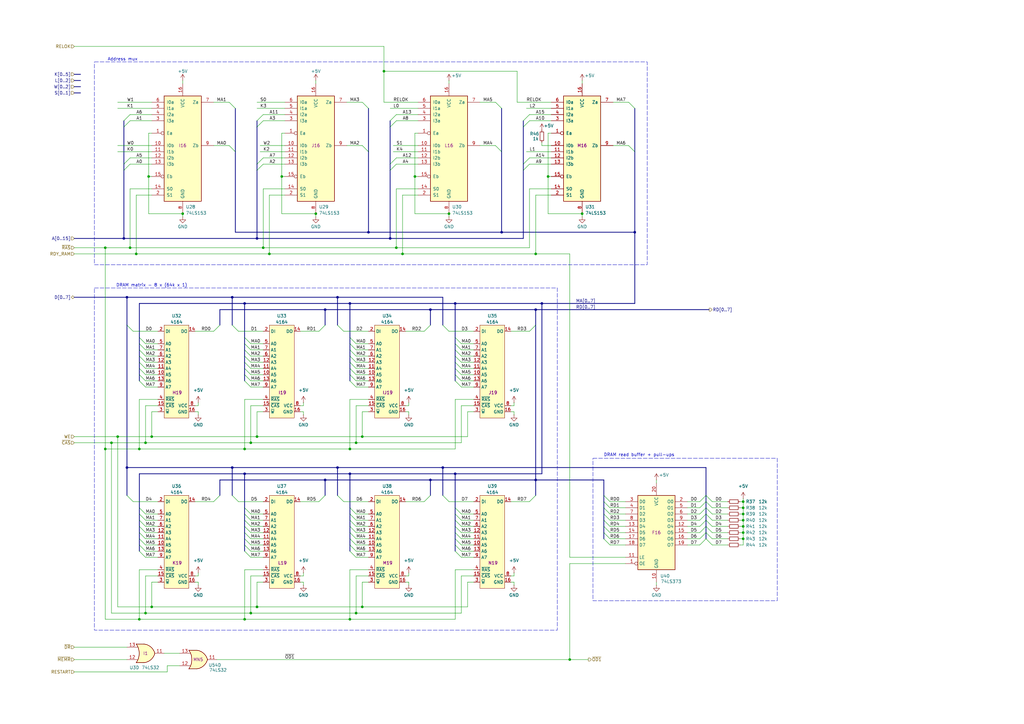
<source format=kicad_sch>
(kicad_sch (version 20231120) (generator "eeschema") (generator_version "8.0")
  (paper "A3")
  (title_block (title "Elwro 800 Junior Rev C - DRAM memory") (company "Przemysław Węgrzyn <pwegrzyn@codepainters.com>"))
  (junction (at 304.8 210.82))
  (junction (at 176.53 196.85))
  (junction (at 59.69 181.61))
  (junction (at 151.13 95.25))
  (junction (at 146.05 251.46))
  (junction (at 157.48 29.21))
  (junction (at 60.96 72.39))
  (junction (at 304.8 213.36))
  (junction (at 133.35 127))
  (junction (at 95.25 191.77))
  (junction (at 74.93 87.63))
  (junction (at 148.59 179.07))
  (junction (at 100.33 254))
  (junction (at 62.23 248.92))
  (junction (at 304.8 215.9))
  (junction (at 143.51 254))
  (junction (at 170.18 72.39))
  (junction (at 219.71 104.14))
  (junction (at 176.53 127))
  (junction (at 219.71 196.85))
  (junction (at 105.41 179.07))
  (junction (at 162.56 101.6))
  (junction (at 53.34 101.6))
  (junction (at 222.25 124.46))
  (junction (at 138.43 191.77))
  (junction (at 45.72 181.61))
  (junction (at 43.18 101.6))
  (junction (at 57.15 184.15))
  (junction (at 133.35 196.85))
  (junction (at 165.1 104.14))
  (junction (at 105.41 248.92))
  (junction (at 205.74 95.25))
  (junction (at 219.71 127))
  (junction (at 55.88 104.14))
  (junction (at 143.51 194.31))
  (junction (at 260.35 95.25))
  (junction (at 105.41 97.79))
  (junction (at 48.26 179.07))
  (junction (at 186.69 194.31))
  (junction (at 304.8 208.28))
  (junction (at 102.87 181.61))
  (junction (at 115.57 72.39))
  (junction (at 110.49 104.14))
  (junction (at 138.43 121.92))
  (junction (at 238.76 87.63))
  (junction (at 129.54 87.63))
  (junction (at 184.15 87.63))
  (junction (at 57.15 254))
  (junction (at 62.23 179.07))
  (junction (at 100.33 194.31))
  (junction (at 50.8 97.79))
  (junction (at 160.02 97.79))
  (junction (at 186.69 124.46))
  (junction (at 52.07 191.77))
  (junction (at 146.05 181.61))
  (junction (at 143.51 124.46))
  (junction (at 304.8 205.74))
  (junction (at 148.59 248.92))
  (junction (at 107.95 101.6))
  (junction (at 143.51 184.15))
  (junction (at 43.18 184.15))
  (junction (at 52.07 121.92))
  (junction (at 304.8 218.44))
  (junction (at 233.68 270.51))
  (junction (at 102.87 251.46))
  (junction (at 95.25 121.92))
  (junction (at 304.8 220.98))
  (junction (at 59.69 251.46))
  (junction (at 100.33 124.46))
  (junction (at 100.33 184.15))
  (junction (at 181.61 191.77))
  (junction (at 224.79 72.39))
  (bus_entry (at 146.05 228.6) (size -2.54 -2.54))
  (bus_entry (at 219.71 133.35) (size -2.54 2.54))
  (bus_entry (at 93.98 59.69) (size 2.54 2.54))
  (bus_entry (at 189.23 158.75) (size -2.54 -2.54))
  (bus_entry (at 146.05 151.13) (size -2.54 -2.54))
  (bus_entry (at 59.69 226.06) (size -2.54 -2.54))
  (bus_entry (at 250.19 223.52) (size -2.54 -2.54))
  (bus_entry (at 217.17 49.53) (size -2.54 2.54))
  (bus_entry (at 146.05 148.59) (size -2.54 -2.54))
  (bus_entry (at 189.23 215.9) (size -2.54 -2.54))
  (bus_entry (at 189.23 151.13) (size -2.54 -2.54))
  (bus_entry (at 189.23 146.05) (size -2.54 -2.54))
  (bus_entry (at 140.97 135.89) (size -2.54 -2.54))
  (bus_entry (at 102.87 153.67) (size -2.54 -2.54))
  (bus_entry (at 189.23 148.59) (size -2.54 -2.54))
  (bus_entry (at 292.1 213.36) (size -2.54 -2.54))
  (bus_entry (at 90.17 203.2) (size -2.54 2.54))
  (bus_entry (at 189.23 210.82) (size -2.54 -2.54))
  (bus_entry (at 59.69 143.51) (size -2.54 -2.54))
  (bus_entry (at 102.87 143.51) (size -2.54 -2.54))
  (bus_entry (at 146.05 156.21) (size -2.54 -2.54))
  (bus_entry (at 59.69 218.44) (size -2.54 -2.54))
  (bus_entry (at 102.87 218.44) (size -2.54 -2.54))
  (bus_entry (at 59.69 140.97) (size -2.54 -2.54))
  (bus_entry (at 189.23 153.67) (size -2.54 -2.54))
  (bus_entry (at 292.1 223.52) (size -2.54 -2.54))
  (bus_entry (at 146.05 153.67) (size -2.54 -2.54))
  (bus_entry (at 287.02 220.98) (size 2.54 -2.54))
  (bus_entry (at 148.59 41.91) (size 2.54 2.54))
  (bus_entry (at 217.17 64.77) (size -2.54 2.54))
  (bus_entry (at 102.87 228.6) (size -2.54 -2.54))
  (bus_entry (at 102.87 148.59) (size -2.54 -2.54))
  (bus_entry (at 54.61 205.74) (size -2.54 -2.54))
  (bus_entry (at 162.56 67.31) (size -2.54 2.54))
  (bus_entry (at 189.23 223.52) (size -2.54 -2.54))
  (bus_entry (at 90.17 133.35) (size -2.54 2.54))
  (bus_entry (at 217.17 67.31) (size -2.54 2.54))
  (bus_entry (at 189.23 220.98) (size -2.54 -2.54))
  (bus_entry (at 148.59 59.69) (size 2.54 2.54))
  (bus_entry (at 102.87 226.06) (size -2.54 -2.54))
  (bus_entry (at 133.35 203.2) (size -2.54 2.54))
  (bus_entry (at 59.69 148.59) (size -2.54 -2.54))
  (bus_entry (at 59.69 151.13) (size -2.54 -2.54))
  (bus_entry (at 292.1 215.9) (size -2.54 -2.54))
  (bus_entry (at 53.34 46.99) (size -2.54 2.54))
  (bus_entry (at 287.02 208.28) (size 2.54 -2.54))
  (bus_entry (at 146.05 215.9) (size -2.54 -2.54))
  (bus_entry (at 146.05 140.97) (size -2.54 -2.54))
  (bus_entry (at 292.1 205.74) (size -2.54 -2.54))
  (bus_entry (at 189.23 140.97) (size -2.54 -2.54))
  (bus_entry (at 102.87 223.52) (size -2.54 -2.54))
  (bus_entry (at 146.05 218.44) (size -2.54 -2.54))
  (bus_entry (at 257.81 41.91) (size 2.54 2.54))
  (bus_entry (at 107.95 49.53) (size -2.54 2.54))
  (bus_entry (at 162.56 49.53) (size -2.54 2.54))
  (bus_entry (at 257.81 59.69) (size 2.54 2.54))
  (bus_entry (at 189.23 156.21) (size -2.54 -2.54))
  (bus_entry (at 292.1 218.44) (size -2.54 -2.54))
  (bus_entry (at 97.79 135.89) (size -2.54 -2.54))
  (bus_entry (at 146.05 223.52) (size -2.54 -2.54))
  (bus_entry (at 287.02 218.44) (size 2.54 -2.54))
  (bus_entry (at 250.19 215.9) (size -2.54 -2.54))
  (bus_entry (at 53.34 64.77) (size -2.54 2.54))
  (bus_entry (at 102.87 146.05) (size -2.54 -2.54))
  (bus_entry (at 53.34 67.31) (size -2.54 2.54))
  (bus_entry (at 59.69 156.21) (size -2.54 -2.54))
  (bus_entry (at 54.61 135.89) (size -2.54 -2.54))
  (bus_entry (at 250.19 218.44) (size -2.54 -2.54))
  (bus_entry (at 102.87 213.36) (size -2.54 -2.54))
  (bus_entry (at 102.87 140.97) (size -2.54 -2.54))
  (bus_entry (at 162.56 46.99) (size -2.54 2.54))
  (bus_entry (at 107.95 64.77) (size -2.54 2.54))
  (bus_entry (at 107.95 46.99) (size -2.54 2.54))
  (bus_entry (at 102.87 158.75) (size -2.54 -2.54))
  (bus_entry (at 146.05 146.05) (size -2.54 -2.54))
  (bus_entry (at 189.23 218.44) (size -2.54 -2.54))
  (bus_entry (at 189.23 228.6) (size -2.54 -2.54))
  (bus_entry (at 59.69 220.98) (size -2.54 -2.54))
  (bus_entry (at 102.87 151.13) (size -2.54 -2.54))
  (bus_entry (at 102.87 210.82) (size -2.54 -2.54))
  (bus_entry (at 184.15 135.89) (size -2.54 -2.54))
  (bus_entry (at 189.23 143.51) (size -2.54 -2.54))
  (bus_entry (at 146.05 143.51) (size -2.54 -2.54))
  (bus_entry (at 189.23 226.06) (size -2.54 -2.54))
  (bus_entry (at 102.87 215.9) (size -2.54 -2.54))
  (bus_entry (at 53.34 49.53) (size -2.54 2.54))
  (bus_entry (at 250.19 213.36) (size -2.54 -2.54))
  (bus_entry (at 250.19 208.28) (size -2.54 -2.54))
  (bus_entry (at 162.56 64.77) (size -2.54 2.54))
  (bus_entry (at 287.02 210.82) (size 2.54 -2.54))
  (bus_entry (at 59.69 153.67) (size -2.54 -2.54))
  (bus_entry (at 146.05 158.75) (size -2.54 -2.54))
  (bus_entry (at 287.02 223.52) (size 2.54 -2.54))
  (bus_entry (at 93.98 41.91) (size 2.54 2.54))
  (bus_entry (at 189.23 213.36) (size -2.54 -2.54))
  (bus_entry (at 59.69 210.82) (size -2.54 -2.54))
  (bus_entry (at 102.87 156.21) (size -2.54 -2.54))
  (bus_entry (at 203.2 41.91) (size 2.54 2.54))
  (bus_entry (at 287.02 215.9) (size 2.54 -2.54))
  (bus_entry (at 146.05 226.06) (size -2.54 -2.54))
  (bus_entry (at 176.53 203.2) (size -2.54 2.54))
  (bus_entry (at 146.05 210.82) (size -2.54 -2.54))
  (bus_entry (at 59.69 158.75) (size -2.54 -2.54))
  (bus_entry (at 217.17 46.99) (size -2.54 2.54))
  (bus_entry (at 97.79 205.74) (size -2.54 -2.54))
  (bus_entry (at 250.19 220.98) (size -2.54 -2.54))
  (bus_entry (at 287.02 213.36) (size 2.54 -2.54))
  (bus_entry (at 250.19 205.74) (size -2.54 -2.54))
  (bus_entry (at 176.53 133.35) (size -2.54 2.54))
  (bus_entry (at 59.69 146.05) (size -2.54 -2.54))
  (bus_entry (at 219.71 203.2) (size -2.54 2.54))
  (bus_entry (at 292.1 210.82) (size -2.54 -2.54))
  (bus_entry (at 59.69 215.9) (size -2.54 -2.54))
  (bus_entry (at 287.02 205.74) (size 2.54 -2.54))
  (bus_entry (at 133.35 133.35) (size -2.54 2.54))
  (bus_entry (at 59.69 228.6) (size -2.54 -2.54))
  (bus_entry (at 107.95 67.31) (size -2.54 2.54))
  (bus_entry (at 292.1 208.28) (size -2.54 -2.54))
  (bus_entry (at 203.2 59.69) (size 2.54 2.54))
  (bus_entry (at 146.05 213.36) (size -2.54 -2.54))
  (bus_entry (at 140.97 205.74) (size -2.54 -2.54))
  (bus_entry (at 59.69 213.36) (size -2.54 -2.54))
  (bus_entry (at 250.19 210.82) (size -2.54 -2.54))
  (bus_entry (at 59.69 223.52) (size -2.54 -2.54))
  (bus_entry (at 146.05 220.98) (size -2.54 -2.54))
  (bus_entry (at 184.15 205.74) (size -2.54 -2.54))
  (bus_entry (at 292.1 220.98) (size -2.54 -2.54))
  (bus_entry (at 102.87 220.98) (size -2.54 -2.54))
  (wire (pts (xy 146.05 143.51) (xy 151.13 143.51)))
  (bus (pts (xy 186.69 208.28) (xy 186.69 210.82)))
  (wire (pts (xy 67.31 267.97) (xy 73.66 267.97)))
  (bus (pts (xy 52.07 191.77) (xy 52.07 133.35)))
  (bus (pts (xy 57.15 146.05) (xy 57.15 143.51)))
  (bus (pts (xy 186.69 220.98) (xy 186.69 223.52)))
  (wire (pts (xy 191.77 168.91) (xy 191.77 179.07)))
  (bus (pts (xy 160.02 67.31) (xy 160.02 69.85)))
  (wire (pts (xy 215.9 62.23) (xy 226.06 62.23)))
  (wire (pts (xy 62.23 168.91) (xy 62.23 179.07)))
  (wire (pts (xy 233.68 231.14) (xy 233.68 270.51)))
  (wire (pts (xy 102.87 228.6) (xy 107.95 228.6)))
  (wire (pts (xy 196.85 41.91) (xy 203.2 41.91)))
  (wire (pts (xy 60.96 54.61) (xy 60.96 72.39)))
  (bus (pts (xy 95.25 133.35) (xy 95.25 121.92)))
  (wire (pts (xy 30.48 181.61) (xy 45.72 181.61)))
  (wire (pts (xy 59.69 153.67) (xy 64.77 153.67)))
  (bus (pts (xy 100.33 143.51) (xy 100.33 146.05)))
  (wire (pts (xy 148.59 168.91) (xy 148.59 179.07)))
  (wire (pts (xy 102.87 215.9) (xy 107.95 215.9)))
  (bus (pts (xy 143.51 153.67) (xy 143.51 156.21)))
  (wire (pts (xy 186.69 233.68) (xy 186.69 254)))
  (wire (pts (xy 303.53 223.52) (xy 304.8 223.52)))
  (wire (pts (xy 226.06 80.01) (xy 219.71 80.01)))
  (wire (pts (xy 74.93 33.02) (xy 74.93 34.29)))
  (wire (pts (xy 226.06 54.61) (xy 224.79 54.61)))
  (bus (pts (xy 30.48 33.02) (xy 33.02 33.02)))
  (bus (pts (xy 52.07 203.2) (xy 52.07 191.77)))
  (wire (pts (xy 292.1 208.28) (xy 298.45 208.28)))
  (wire (pts (xy 59.69 151.13) (xy 64.77 151.13)))
  (wire (pts (xy 146.05 215.9) (xy 151.13 215.9)))
  (wire (pts (xy 189.23 223.52) (xy 194.31 223.52)))
  (wire (pts (xy 59.69 215.9) (xy 64.77 215.9)))
  (wire (pts (xy 129.54 87.63) (xy 115.57 87.63)))
  (wire (pts (xy 57.15 233.68) (xy 57.15 254)))
  (wire (pts (xy 106.68 59.69) (xy 116.84 59.69)))
  (bus (pts (xy 186.69 194.31) (xy 222.25 194.31)))
  (bus (pts (xy 100.33 223.52) (xy 100.33 226.06)))
  (wire (pts (xy 80.01 205.74) (xy 87.63 205.74)))
  (bus (pts (xy 57.15 151.13) (xy 57.15 148.59)))
  (wire (pts (xy 189.23 158.75) (xy 194.31 158.75)))
  (wire (pts (xy 171.45 77.47) (xy 162.56 77.47)))
  (wire (pts (xy 167.64 168.91) (xy 166.37 168.91)))
  (wire (pts (xy 60.96 87.63) (xy 74.93 87.63)))
  (wire (pts (xy 30.48 270.51) (xy 52.07 270.51)))
  (wire (pts (xy 102.87 153.67) (xy 107.95 153.67)))
  (wire (pts (xy 189.23 146.05) (xy 194.31 146.05)))
  (wire (pts (xy 146.05 236.22) (xy 146.05 251.46)))
  (wire (pts (xy 59.69 148.59) (xy 64.77 148.59)))
  (wire (pts (xy 59.69 143.51) (xy 64.77 143.51)))
  (bus (pts (xy 186.69 124.46) (xy 222.25 124.46)))
  (wire (pts (xy 100.33 233.68) (xy 100.33 254)))
  (bus (pts (xy 133.35 127) (xy 176.53 127)))
  (wire (pts (xy 212.09 41.91) (xy 226.06 41.91)))
  (bus (pts (xy 90.17 133.35) (xy 90.17 127)))
  (bus (pts (xy 50.8 97.79) (xy 105.41 97.79)))
  (bus (pts (xy 57.15 208.28) (xy 57.15 210.82)))
  (wire (pts (xy 105.41 179.07) (xy 148.59 179.07)))
  (bus (pts (xy 30.48 121.92) (xy 52.07 121.92)))
  (wire (pts (xy 102.87 151.13) (xy 107.95 151.13)))
  (wire (pts (xy 102.87 156.21) (xy 107.95 156.21)))
  (bus (pts (xy 143.51 218.44) (xy 143.51 220.98)))
  (bus (pts (xy 57.15 210.82) (xy 57.15 213.36)))
  (wire (pts (xy 170.18 54.61) (xy 170.18 72.39)))
  (wire (pts (xy 115.57 87.63) (xy 115.57 72.39)))
  (wire (pts (xy 146.05 228.6) (xy 151.13 228.6)))
  (wire (pts (xy 292.1 215.9) (xy 298.45 215.9)))
  (bus (pts (xy 219.71 133.35) (xy 219.71 127)))
  (bus (pts (xy 57.15 143.51) (xy 57.15 140.97)))
  (wire (pts (xy 59.69 156.21) (xy 64.77 156.21)))
  (wire (pts (xy 281.94 213.36) (xy 287.02 213.36)))
  (bus (pts (xy 186.69 208.28) (xy 186.69 194.31)))
  (wire (pts (xy 281.94 220.98) (xy 287.02 220.98)))
  (wire (pts (xy 107.95 233.68) (xy 100.33 233.68)))
  (wire (pts (xy 162.56 46.99) (xy 171.45 46.99)))
  (wire (pts (xy 224.79 54.61) (xy 224.79 72.39)))
  (bus (pts (xy 181.61 121.92) (xy 138.43 121.92)))
  (wire (pts (xy 219.71 104.14) (xy 233.68 104.14)))
  (wire (pts (xy 80.01 166.37) (xy 81.28 166.37)))
  (wire (pts (xy 281.94 205.74) (xy 287.02 205.74)))
  (bus (pts (xy 260.35 124.46) (xy 260.35 95.25)))
  (bus (pts (xy 186.69 148.59) (xy 186.69 151.13)))
  (wire (pts (xy 124.46 236.22) (xy 124.46 234.95)))
  (bus (pts (xy 247.65 213.36) (xy 247.65 215.9)))
  (wire (pts (xy 43.18 184.15) (xy 43.18 254)))
  (bus (pts (xy 186.69 153.67) (xy 186.69 156.21)))
  (bus (pts (xy 138.43 191.77) (xy 95.25 191.77)))
  (wire (pts (xy 212.09 41.91) (xy 212.09 29.21)))
  (wire (pts (xy 124.46 240.03) (xy 124.46 238.76)))
  (bus (pts (xy 100.33 146.05) (xy 100.33 148.59)))
  (wire (pts (xy 102.87 210.82) (xy 107.95 210.82)))
  (wire (pts (xy 55.88 80.01) (xy 55.88 104.14)))
  (wire (pts (xy 43.18 101.6) (xy 53.34 101.6)))
  (bus (pts (xy 176.53 196.85) (xy 219.71 196.85)))
  (wire (pts (xy 107.95 168.91) (xy 105.41 168.91)))
  (bus (pts (xy 100.33 124.46) (xy 143.51 124.46)))
  (wire (pts (xy 62.23 179.07) (xy 105.41 179.07)))
  (wire (pts (xy 303.53 210.82) (xy 304.8 210.82)))
  (bus (pts (xy 143.51 208.28) (xy 143.51 210.82)))
  (wire (pts (xy 97.79 135.89) (xy 107.95 135.89)))
  (wire (pts (xy 107.95 67.31) (xy 116.84 67.31)))
  (bus (pts (xy 143.51 151.13) (xy 143.51 153.67)))
  (wire (pts (xy 107.95 46.99) (xy 116.84 46.99)))
  (wire (pts (xy 162.56 49.53) (xy 171.45 49.53)))
  (wire (pts (xy 146.05 251.46) (xy 102.87 251.46)))
  (wire (pts (xy 222.25 59.69) (xy 222.25 58.42)))
  (bus (pts (xy 30.48 35.56) (xy 33.02 35.56)))
  (bus (pts (xy 143.51 215.9) (xy 143.51 218.44)))
  (wire (pts (xy 59.69 223.52) (xy 64.77 223.52)))
  (wire (pts (xy 189.23 148.59) (xy 194.31 148.59)))
  (wire (pts (xy 250.19 208.28) (xy 256.54 208.28)))
  (wire (pts (xy 269.24 238.76) (xy 269.24 240.03)))
  (wire (pts (xy 189.23 251.46) (xy 146.05 251.46)))
  (wire (pts (xy 30.48 275.59) (xy 68.58 275.59)))
  (wire (pts (xy 62.23 54.61) (xy 60.96 54.61)))
  (bus (pts (xy 100.33 215.9) (xy 100.33 218.44)))
  (wire (pts (xy 151.13 238.76) (xy 148.59 238.76)))
  (wire (pts (xy 64.77 238.76) (xy 62.23 238.76)))
  (wire (pts (xy 303.53 213.36) (xy 304.8 213.36)))
  (wire (pts (xy 105.41 248.92) (xy 62.23 248.92)))
  (wire (pts (xy 189.23 226.06) (xy 194.31 226.06)))
  (bus (pts (xy 57.15 156.21) (xy 57.15 153.67)))
  (bus (pts (xy 90.17 127) (xy 133.35 127)))
  (wire (pts (xy 123.19 135.89) (xy 130.81 135.89)))
  (wire (pts (xy 100.33 163.83) (xy 100.33 184.15)))
  (wire (pts (xy 191.77 238.76) (xy 191.77 248.92)))
  (wire (pts (xy 210.82 168.91) (xy 209.55 168.91)))
  (wire (pts (xy 166.37 205.74) (xy 173.99 205.74)))
  (wire (pts (xy 97.79 205.74) (xy 107.95 205.74)))
  (wire (pts (xy 165.1 80.01) (xy 165.1 104.14)))
  (wire (pts (xy 196.85 59.69) (xy 203.2 59.69)))
  (wire (pts (xy 45.72 181.61) (xy 59.69 181.61)))
  (wire (pts (xy 102.87 181.61) (xy 146.05 181.61)))
  (wire (pts (xy 102.87 140.97) (xy 107.95 140.97)))
  (wire (pts (xy 146.05 210.82) (xy 151.13 210.82)))
  (wire (pts (xy 116.84 80.01) (xy 110.49 80.01)))
  (wire (pts (xy 55.88 104.14) (xy 110.49 104.14)))
  (wire (pts (xy 191.77 248.92) (xy 148.59 248.92)))
  (wire (pts (xy 74.93 87.63) (xy 74.93 88.9)))
  (wire (pts (xy 62.23 77.47) (xy 53.34 77.47)))
  (bus (pts (xy 219.71 196.85) (xy 247.65 196.85)))
  (bus (pts (xy 90.17 196.85) (xy 133.35 196.85)))
  (wire (pts (xy 217.17 77.47) (xy 217.17 101.6)))
  (bus (pts (xy 143.51 223.52) (xy 143.51 226.06)))
  (wire (pts (xy 238.76 87.63) (xy 238.76 88.9)))
  (bus (pts (xy 100.33 218.44) (xy 100.33 220.98)))
  (wire (pts (xy 162.56 67.31) (xy 171.45 67.31)))
  (wire (pts (xy 80.01 238.76) (xy 81.28 238.76)))
  (bus (pts (xy 205.74 95.25) (xy 260.35 95.25)))
  (bus (pts (xy 57.15 194.31) (xy 100.33 194.31)))
  (wire (pts (xy 189.23 213.36) (xy 194.31 213.36)))
  (bus (pts (xy 186.69 140.97) (xy 186.69 143.51)))
  (wire (pts (xy 189.23 166.37) (xy 189.23 181.61)))
  (wire (pts (xy 146.05 153.67) (xy 151.13 153.67)))
  (wire (pts (xy 123.19 166.37) (xy 124.46 166.37)))
  (wire (pts (xy 189.23 156.21) (xy 194.31 156.21)))
  (wire (pts (xy 194.31 163.83) (xy 186.69 163.83)))
  (wire (pts (xy 146.05 146.05) (xy 151.13 146.05)))
  (wire (pts (xy 146.05 158.75) (xy 151.13 158.75)))
  (wire (pts (xy 105.41 44.45) (xy 116.84 44.45)))
  (wire (pts (xy 233.68 104.14) (xy 233.68 228.6)))
  (wire (pts (xy 281.94 208.28) (xy 287.02 208.28)))
  (wire (pts (xy 142.24 41.91) (xy 148.59 41.91)))
  (wire (pts (xy 148.59 238.76) (xy 148.59 248.92)))
  (wire (pts (xy 115.57 54.61) (xy 115.57 72.39)))
  (bus (pts (xy 100.33 208.28) (xy 100.33 194.31)))
  (wire (pts (xy 151.13 236.22) (xy 146.05 236.22)))
  (wire (pts (xy 53.34 46.99) (xy 62.23 46.99)))
  (wire (pts (xy 80.01 236.22) (xy 81.28 236.22)))
  (bus (pts (xy 57.15 220.98) (xy 57.15 223.52)))
  (wire (pts (xy 166.37 236.22) (xy 167.64 236.22)))
  (wire (pts (xy 184.15 87.63) (xy 184.15 88.9)))
  (wire (pts (xy 166.37 166.37) (xy 167.64 166.37)))
  (wire (pts (xy 167.64 238.76) (xy 166.37 238.76)))
  (wire (pts (xy 59.69 181.61) (xy 102.87 181.61)))
  (wire (pts (xy 43.18 184.15) (xy 43.18 101.6)))
  (wire (pts (xy 146.05 226.06) (xy 151.13 226.06)))
  (wire (pts (xy 167.64 166.37) (xy 167.64 165.1)))
  (wire (pts (xy 124.46 238.76) (xy 123.19 238.76)))
  (wire (pts (xy 54.61 205.74) (xy 64.77 205.74)))
  (bus (pts (xy 57.15 213.36) (xy 57.15 215.9)))
  (bus (pts (xy 247.65 196.85) (xy 247.65 203.2)))
  (wire (pts (xy 292.1 223.52) (xy 298.45 223.52)))
  (bus (pts (xy 105.41 67.31) (xy 105.41 69.85)))
  (wire (pts (xy 146.05 140.97) (xy 151.13 140.97)))
  (wire (pts (xy 81.28 166.37) (xy 81.28 165.1)))
  (wire (pts (xy 107.95 101.6) (xy 162.56 101.6)))
  (wire (pts (xy 212.09 29.21) (xy 157.48 29.21)))
  (wire (pts (xy 30.48 19.05) (xy 157.48 19.05)))
  (bus (pts (xy 50.8 69.85) (xy 50.8 97.79)))
  (wire (pts (xy 304.8 223.52) (xy 304.8 220.98)))
  (wire (pts (xy 124.46 170.18) (xy 124.46 168.91)))
  (wire (pts (xy 73.66 273.05) (xy 68.58 273.05)))
  (wire (pts (xy 107.95 64.77) (xy 116.84 64.77)))
  (wire (pts (xy 59.69 166.37) (xy 59.69 181.61)))
  (bus (pts (xy 260.35 44.45) (xy 260.35 62.23)))
  (wire (pts (xy 194.31 238.76) (xy 191.77 238.76)))
  (wire (pts (xy 151.13 166.37) (xy 146.05 166.37)))
  (bus (pts (xy 160.02 69.85) (xy 160.02 97.79)))
  (bus (pts (xy 181.61 191.77) (xy 138.43 191.77)))
  (wire (pts (xy 57.15 254) (xy 43.18 254)))
  (wire (pts (xy 146.05 148.59) (xy 151.13 148.59)))
  (bus (pts (xy 181.61 203.2) (xy 181.61 191.77)))
  (wire (pts (xy 166.37 135.89) (xy 173.99 135.89)))
  (wire (pts (xy 143.51 254) (xy 186.69 254)))
  (wire (pts (xy 48.26 44.45) (xy 62.23 44.45)))
  (bus (pts (xy 151.13 62.23) (xy 151.13 95.25)))
  (wire (pts (xy 184.15 205.74) (xy 194.31 205.74)))
  (wire (pts (xy 162.56 77.47) (xy 162.56 101.6)))
  (wire (pts (xy 184.15 135.89) (xy 194.31 135.89)))
  (wire (pts (xy 48.26 41.91) (xy 62.23 41.91)))
  (bus (pts (xy 214.63 97.79) (xy 160.02 97.79)))
  (bus (pts (xy 133.35 203.2) (xy 133.35 196.85)))
  (wire (pts (xy 102.87 143.51) (xy 107.95 143.51)))
  (wire (pts (xy 238.76 87.63) (xy 224.79 87.63)))
  (wire (pts (xy 105.41 168.91) (xy 105.41 179.07)))
  (wire (pts (xy 170.18 87.63) (xy 170.18 72.39)))
  (wire (pts (xy 250.19 213.36) (xy 256.54 213.36)))
  (bus (pts (xy 57.15 223.52) (xy 57.15 226.06)))
  (bus (pts (xy 57.15 153.67) (xy 57.15 151.13)))
  (wire (pts (xy 107.95 77.47) (xy 107.95 101.6)))
  (wire (pts (xy 115.57 72.39) (xy 116.84 72.39)))
  (wire (pts (xy 161.29 59.69) (xy 171.45 59.69)))
  (wire (pts (xy 215.9 44.45) (xy 226.06 44.45)))
  (bus (pts (xy 181.61 191.77) (xy 289.56 191.77)))
  (wire (pts (xy 217.17 46.99) (xy 226.06 46.99)))
  (wire (pts (xy 303.53 205.74) (xy 304.8 205.74)))
  (bus (pts (xy 138.43 133.35) (xy 138.43 121.92)))
  (wire (pts (xy 167.64 170.18) (xy 167.64 168.91)))
  (wire (pts (xy 292.1 205.74) (xy 298.45 205.74)))
  (wire (pts (xy 87.63 41.91) (xy 93.98 41.91)))
  (wire (pts (xy 102.87 223.52) (xy 107.95 223.52)))
  (wire (pts (xy 140.97 135.89) (xy 151.13 135.89)))
  (bus (pts (xy 57.15 148.59) (xy 57.15 146.05)))
  (bus (pts (xy 143.51 124.46) (xy 186.69 124.46)))
  (wire (pts (xy 304.8 213.36) (xy 304.8 210.82)))
  (bus (pts (xy 151.13 44.45) (xy 151.13 62.23)))
  (wire (pts (xy 59.69 218.44) (xy 64.77 218.44)))
  (wire (pts (xy 102.87 146.05) (xy 107.95 146.05)))
  (wire (pts (xy 281.94 218.44) (xy 287.02 218.44)))
  (wire (pts (xy 304.8 208.28) (xy 304.8 205.74)))
  (wire (pts (xy 116.84 54.61) (xy 115.57 54.61)))
  (wire (pts (xy 48.26 179.07) (xy 48.26 248.92)))
  (wire (pts (xy 303.53 218.44) (xy 304.8 218.44)))
  (wire (pts (xy 68.58 273.05) (xy 68.58 275.59)))
  (wire (pts (xy 59.69 226.06) (xy 64.77 226.06)))
  (bus (pts (xy 289.56 203.2) (xy 289.56 205.74)))
  (wire (pts (xy 100.33 254) (xy 143.51 254)))
  (wire (pts (xy 194.31 236.22) (xy 189.23 236.22)))
  (wire (pts (xy 43.18 184.15) (xy 57.15 184.15)))
  (wire (pts (xy 184.15 33.02) (xy 184.15 34.29)))
  (bus (pts (xy 96.52 95.25) (xy 151.13 95.25)))
  (wire (pts (xy 304.8 204.47) (xy 304.8 205.74)))
  (wire (pts (xy 304.8 218.44) (xy 304.8 215.9)))
  (wire (pts (xy 64.77 236.22) (xy 59.69 236.22)))
  (wire (pts (xy 146.05 156.21) (xy 151.13 156.21)))
  (bus (pts (xy 143.51 148.59) (xy 143.51 151.13)))
  (wire (pts (xy 88.9 270.51) (xy 233.68 270.51)))
  (wire (pts (xy 105.41 238.76) (xy 105.41 248.92)))
  (wire (pts (xy 102.87 236.22) (xy 102.87 251.46)))
  (wire (pts (xy 102.87 218.44) (xy 107.95 218.44)))
  (wire (pts (xy 250.19 223.52) (xy 256.54 223.52)))
  (wire (pts (xy 250.19 218.44) (xy 256.54 218.44)))
  (bus (pts (xy 289.56 191.77) (xy 289.56 203.2)))
  (wire (pts (xy 64.77 233.68) (xy 57.15 233.68)))
  (bus (pts (xy 205.74 44.45) (xy 205.74 62.23)))
  (bus (pts (xy 219.71 196.85) (xy 219.71 133.35)))
  (wire (pts (xy 171.45 54.61) (xy 170.18 54.61)))
  (bus (pts (xy 30.48 38.1) (xy 33.02 38.1)))
  (wire (pts (xy 281.94 215.9) (xy 287.02 215.9)))
  (bus (pts (xy 143.51 208.28) (xy 143.51 194.31)))
  (wire (pts (xy 59.69 146.05) (xy 64.77 146.05)))
  (wire (pts (xy 53.34 77.47) (xy 53.34 101.6)))
  (wire (pts (xy 30.48 179.07) (xy 48.26 179.07)))
  (wire (pts (xy 171.45 80.01) (xy 165.1 80.01)))
  (bus (pts (xy 50.8 49.53) (xy 50.8 52.07)))
  (wire (pts (xy 217.17 67.31) (xy 226.06 67.31)))
  (wire (pts (xy 140.97 205.74) (xy 151.13 205.74)))
  (wire (pts (xy 189.23 215.9) (xy 194.31 215.9)))
  (wire (pts (xy 64.77 168.91) (xy 62.23 168.91)))
  (wire (pts (xy 102.87 251.46) (xy 59.69 251.46)))
  (bus (pts (xy 100.33 213.36) (xy 100.33 215.9)))
  (wire (pts (xy 303.53 215.9) (xy 304.8 215.9)))
  (bus (pts (xy 186.69 213.36) (xy 186.69 215.9)))
  (bus (pts (xy 214.63 52.07) (xy 214.63 67.31)))
  (wire (pts (xy 210.82 170.18) (xy 210.82 168.91)))
  (bus (pts (xy 100.33 208.28) (xy 100.33 210.82)))
  (wire (pts (xy 157.48 19.05) (xy 157.48 29.21)))
  (bus (pts (xy 186.69 138.43) (xy 186.69 140.97)))
  (bus (pts (xy 186.69 146.05) (xy 186.69 148.59)))
  (bus (pts (xy 57.15 140.97) (xy 57.15 138.43)))
  (wire (pts (xy 194.31 168.91) (xy 191.77 168.91)))
  (wire (pts (xy 292.1 218.44) (xy 298.45 218.44)))
  (wire (pts (xy 209.55 205.74) (xy 217.17 205.74)))
  (bus (pts (xy 214.63 67.31) (xy 214.63 69.85)))
  (wire (pts (xy 146.05 151.13) (xy 151.13 151.13)))
  (wire (pts (xy 81.28 238.76) (xy 81.28 240.03)))
  (wire (pts (xy 292.1 210.82) (xy 298.45 210.82)))
  (wire (pts (xy 59.69 251.46) (xy 45.72 251.46)))
  (wire (pts (xy 106.68 62.23) (xy 116.84 62.23)))
  (wire (pts (xy 30.48 101.6) (xy 43.18 101.6)))
  (bus (pts (xy 186.69 151.13) (xy 186.69 153.67)))
  (wire (pts (xy 62.23 80.01) (xy 55.88 80.01)))
  (wire (pts (xy 189.23 210.82) (xy 194.31 210.82)))
  (bus (pts (xy 151.13 95.25) (xy 205.74 95.25)))
  (wire (pts (xy 209.55 135.89) (xy 217.17 135.89)))
  (wire (pts (xy 59.69 140.97) (xy 64.77 140.97)))
  (bus (pts (xy 100.33 153.67) (xy 100.33 156.21)))
  (wire (pts (xy 292.1 220.98) (xy 298.45 220.98)))
  (wire (pts (xy 64.77 163.83) (xy 57.15 163.83)))
  (wire (pts (xy 217.17 64.77) (xy 226.06 64.77)))
  (wire (pts (xy 251.46 41.91) (xy 257.81 41.91)))
  (wire (pts (xy 30.48 104.14) (xy 55.88 104.14)))
  (bus (pts (xy 100.33 138.43) (xy 100.33 140.97)))
  (wire (pts (xy 57.15 184.15) (xy 100.33 184.15)))
  (wire (pts (xy 304.8 210.82) (xy 304.8 208.28)))
  (wire (pts (xy 194.31 166.37) (xy 189.23 166.37)))
  (wire (pts (xy 59.69 158.75) (xy 64.77 158.75)))
  (wire (pts (xy 102.87 148.59) (xy 107.95 148.59)))
  (bus (pts (xy 138.43 121.92) (xy 95.25 121.92)))
  (wire (pts (xy 59.69 220.98) (xy 64.77 220.98)))
  (bus (pts (xy 219.71 196.85) (xy 219.71 203.2)))
  (wire (pts (xy 189.23 153.67) (xy 194.31 153.67)))
  (wire (pts (xy 165.1 104.14) (xy 219.71 104.14)))
  (bus (pts (xy 219.71 127) (xy 290.83 127)))
  (wire (pts (xy 102.87 166.37) (xy 102.87 181.61)))
  (wire (pts (xy 161.29 62.23) (xy 171.45 62.23)))
  (bus (pts (xy 90.17 203.2) (xy 90.17 196.85)))
  (bus (pts (xy 214.63 69.85) (xy 214.63 97.79)))
  (bus (pts (xy 247.65 218.44) (xy 247.65 220.98)))
  (bus (pts (xy 186.69 223.52) (xy 186.69 226.06)))
  (bus (pts (xy 95.25 203.2) (xy 95.25 191.77)))
  (bus (pts (xy 105.41 49.53) (xy 105.41 52.07)))
  (bus (pts (xy 186.69 210.82) (xy 186.69 213.36)))
  (bus (pts (xy 100.33 151.13) (xy 100.33 153.67)))
  (wire (pts (xy 110.49 104.14) (xy 165.1 104.14)))
  (bus (pts (xy 96.52 62.23) (xy 96.52 95.25)))
  (wire (pts (xy 30.48 265.43) (xy 52.07 265.43)))
  (wire (pts (xy 57.15 163.83) (xy 57.15 184.15)))
  (wire (pts (xy 129.54 87.63) (xy 129.54 88.9)))
  (bus (pts (xy 289.56 210.82) (xy 289.56 213.36)))
  (bus (pts (xy 186.69 143.51) (xy 186.69 146.05)))
  (wire (pts (xy 194.31 233.68) (xy 186.69 233.68)))
  (bus (pts (xy 143.51 194.31) (xy 186.69 194.31)))
  (wire (pts (xy 45.72 181.61) (xy 45.72 251.46)))
  (bus (pts (xy 160.02 52.07) (xy 160.02 67.31)))
  (bus (pts (xy 176.53 127) (xy 219.71 127)))
  (wire (pts (xy 100.33 184.15) (xy 143.51 184.15)))
  (wire (pts (xy 54.61 135.89) (xy 64.77 135.89)))
  (wire (pts (xy 151.13 168.91) (xy 148.59 168.91)))
  (bus (pts (xy 289.56 205.74) (xy 289.56 208.28)))
  (wire (pts (xy 124.46 166.37) (xy 124.46 165.1)))
  (wire (pts (xy 167.64 236.22) (xy 167.64 234.95)))
  (bus (pts (xy 176.53 133.35) (xy 176.53 127)))
  (wire (pts (xy 224.79 72.39) (xy 226.06 72.39)))
  (wire (pts (xy 107.95 238.76) (xy 105.41 238.76)))
  (bus (pts (xy 247.65 203.2) (xy 247.65 205.74)))
  (wire (pts (xy 304.8 220.98) (xy 304.8 218.44)))
  (bus (pts (xy 95.25 121.92) (xy 52.07 121.92)))
  (wire (pts (xy 129.54 33.02) (xy 129.54 34.29)))
  (wire (pts (xy 209.55 166.37) (xy 210.82 166.37)))
  (bus (pts (xy 176.53 203.2) (xy 176.53 196.85)))
  (bus (pts (xy 160.02 97.79) (xy 105.41 97.79)))
  (wire (pts (xy 116.84 77.47) (xy 107.95 77.47)))
  (bus (pts (xy 289.56 218.44) (xy 289.56 220.98)))
  (wire (pts (xy 189.23 140.97) (xy 194.31 140.97)))
  (wire (pts (xy 148.59 179.07) (xy 191.77 179.07)))
  (bus (pts (xy 57.15 138.43) (xy 57.15 124.46)))
  (bus (pts (xy 160.02 49.53) (xy 160.02 52.07)))
  (wire (pts (xy 146.05 213.36) (xy 151.13 213.36)))
  (wire (pts (xy 148.59 248.92) (xy 105.41 248.92)))
  (bus (pts (xy 205.74 62.23) (xy 205.74 95.25)))
  (wire (pts (xy 143.51 233.68) (xy 143.51 254)))
  (bus (pts (xy 50.8 52.07) (xy 50.8 67.31)))
  (wire (pts (xy 80.01 168.91) (xy 81.28 168.91)))
  (bus (pts (xy 57.15 208.28) (xy 57.15 194.31)))
  (bus (pts (xy 247.65 208.28) (xy 247.65 210.82)))
  (wire (pts (xy 146.05 223.52) (xy 151.13 223.52)))
  (wire (pts (xy 110.49 80.01) (xy 110.49 104.14)))
  (bus (pts (xy 186.69 124.46) (xy 186.69 138.43)))
  (wire (pts (xy 146.05 181.61) (xy 189.23 181.61)))
  (wire (pts (xy 62.23 248.92) (xy 48.26 248.92)))
  (wire (pts (xy 53.34 64.77) (xy 62.23 64.77)))
  (wire (pts (xy 167.64 240.03) (xy 167.64 238.76)))
  (wire (pts (xy 250.19 215.9) (xy 256.54 215.9)))
  (bus (pts (xy 143.51 143.51) (xy 143.51 146.05)))
  (bus (pts (xy 50.8 67.31) (xy 50.8 69.85)))
  (wire (pts (xy 157.48 29.21) (xy 157.48 41.91)))
  (wire (pts (xy 53.34 67.31) (xy 62.23 67.31)))
  (wire (pts (xy 123.19 236.22) (xy 124.46 236.22)))
  (wire (pts (xy 189.23 218.44) (xy 194.31 218.44)))
  (bus (pts (xy 100.33 210.82) (xy 100.33 213.36)))
  (wire (pts (xy 170.18 72.39) (xy 171.45 72.39)))
  (wire (pts (xy 210.82 238.76) (xy 209.55 238.76)))
  (bus (pts (xy 143.51 138.43) (xy 143.51 140.97)))
  (bus (pts (xy 105.41 69.85) (xy 105.41 97.79)))
  (wire (pts (xy 143.51 163.83) (xy 143.51 184.15)))
  (wire (pts (xy 189.23 143.51) (xy 194.31 143.51)))
  (wire (pts (xy 210.82 240.03) (xy 210.82 238.76)))
  (wire (pts (xy 189.23 151.13) (xy 194.31 151.13)))
  (bus (pts (xy 247.65 215.9) (xy 247.65 218.44)))
  (wire (pts (xy 102.87 226.06) (xy 107.95 226.06)))
  (wire (pts (xy 224.79 87.63) (xy 224.79 72.39)))
  (bus (pts (xy 143.51 124.46) (xy 143.51 138.43)))
  (bus (pts (xy 181.61 133.35) (xy 181.61 121.92)))
  (bus (pts (xy 100.33 140.97) (xy 100.33 143.51)))
  (bus (pts (xy 138.43 203.2) (xy 138.43 191.77)))
  (wire (pts (xy 107.95 236.22) (xy 102.87 236.22)))
  (wire (pts (xy 107.95 166.37) (xy 102.87 166.37)))
  (wire (pts (xy 124.46 168.91) (xy 123.19 168.91)))
  (wire (pts (xy 57.15 254) (xy 100.33 254)))
  (bus (pts (xy 247.65 210.82) (xy 247.65 213.36)))
  (bus (pts (xy 30.48 30.48) (xy 33.02 30.48)))
  (wire (pts (xy 59.69 228.6) (xy 64.77 228.6)))
  (wire (pts (xy 162.56 101.6) (xy 217.17 101.6)))
  (bus (pts (xy 214.63 49.53) (xy 214.63 52.07)))
  (wire (pts (xy 102.87 220.98) (xy 107.95 220.98)))
  (wire (pts (xy 233.68 228.6) (xy 256.54 228.6)))
  (wire (pts (xy 250.19 220.98) (xy 256.54 220.98)))
  (bus (pts (xy 133.35 196.85) (xy 176.53 196.85)))
  (wire (pts (xy 250.19 210.82) (xy 256.54 210.82)))
  (bus (pts (xy 100.33 124.46) (xy 100.33 138.43)))
  (wire (pts (xy 189.23 236.22) (xy 189.23 251.46)))
  (wire (pts (xy 151.13 163.83) (xy 143.51 163.83)))
  (wire (pts (xy 219.71 80.01) (xy 219.71 104.14)))
  (wire (pts (xy 64.77 166.37) (xy 59.69 166.37)))
  (wire (pts (xy 62.23 238.76) (xy 62.23 248.92)))
  (bus (pts (xy 143.51 146.05) (xy 143.51 148.59)))
  (wire (pts (xy 107.95 49.53) (xy 116.84 49.53)))
  (wire (pts (xy 303.53 208.28) (xy 304.8 208.28)))
  (wire (pts (xy 102.87 158.75) (xy 107.95 158.75)))
  (wire (pts (xy 143.51 184.15) (xy 186.69 184.15)))
  (wire (pts (xy 304.8 215.9) (xy 304.8 213.36)))
  (wire (pts (xy 157.48 41.91) (xy 171.45 41.91)))
  (wire (pts (xy 142.24 59.69) (xy 148.59 59.69)))
  (bus (pts (xy 133.35 133.35) (xy 133.35 127)))
  (bus (pts (xy 143.51 140.97) (xy 143.51 143.51)))
  (wire (pts (xy 105.41 41.91) (xy 116.84 41.91)))
  (wire (pts (xy 160.02 44.45) (xy 171.45 44.45)))
  (wire (pts (xy 238.76 33.02) (xy 238.76 34.29)))
  (wire (pts (xy 186.69 163.83) (xy 186.69 184.15)))
  (wire (pts (xy 60.96 72.39) (xy 62.23 72.39)))
  (wire (pts (xy 210.82 166.37) (xy 210.82 165.1)))
  (wire (pts (xy 281.94 210.82) (xy 287.02 210.82)))
  (wire (pts (xy 233.68 270.51) (xy 241.3 270.51)))
  (bus (pts (xy 100.33 148.59) (xy 100.33 151.13)))
  (wire (pts (xy 256.54 231.14) (xy 233.68 231.14)))
  (wire (pts (xy 146.05 218.44) (xy 151.13 218.44)))
  (wire (pts (xy 87.63 59.69) (xy 93.98 59.69)))
  (wire (pts (xy 59.69 210.82) (xy 64.77 210.82)))
  (wire (pts (xy 80.01 135.89) (xy 87.63 135.89)))
  (wire (pts (xy 251.46 59.69) (xy 257.81 59.69)))
  (wire (pts (xy 81.28 168.91) (xy 81.28 170.18)))
  (bus (pts (xy 289.56 213.36) (xy 289.56 215.9)))
  (wire (pts (xy 123.19 205.74) (xy 130.81 205.74)))
  (bus (pts (xy 260.35 62.23) (xy 260.35 95.25)))
  (wire (pts (xy 81.28 236.22) (xy 81.28 234.95)))
  (bus (pts (xy 57.15 124.46) (xy 100.33 124.46)))
  (wire (pts (xy 189.23 228.6) (xy 194.31 228.6)))
  (wire (pts (xy 269.24 196.85) (xy 269.24 198.12)))
  (wire (pts (xy 53.34 49.53) (xy 62.23 49.53)))
  (bus (pts (xy 222.25 124.46) (xy 260.35 124.46)))
  (wire (pts (xy 59.69 236.22) (xy 59.69 251.46)))
  (wire (pts (xy 102.87 213.36) (xy 107.95 213.36)))
  (wire (pts (xy 303.53 220.98) (xy 304.8 220.98)))
  (wire (pts (xy 162.56 64.77) (xy 171.45 64.77)))
  (bus (pts (xy 289.56 208.28) (xy 289.56 210.82)))
  (wire (pts (xy 48.26 179.07) (xy 62.23 179.07)))
  (bus (pts (xy 143.51 220.98) (xy 143.51 223.52)))
  (wire (pts (xy 60.96 72.39) (xy 60.96 87.63)))
  (bus (pts (xy 143.51 210.82) (xy 143.51 213.36)))
  (wire (pts (xy 209.55 236.22) (xy 210.82 236.22)))
  (bus (pts (xy 95.25 191.77) (xy 52.07 191.77)))
  (wire (pts (xy 210.82 236.22) (xy 210.82 234.95)))
  (wire (pts (xy 250.19 205.74) (xy 256.54 205.74)))
  (bus (pts (xy 186.69 215.9) (xy 186.69 218.44)))
  (bus (pts (xy 143.51 213.36) (xy 143.51 215.9)))
  (wire (pts (xy 146.05 166.37) (xy 146.05 181.61)))
  (wire (pts (xy 226.06 77.47) (xy 217.17 77.47)))
  (wire (pts (xy 146.05 220.98) (xy 151.13 220.98)))
  (bus (pts (xy 30.48 97.79) (xy 50.8 97.79)))
  (wire (pts (xy 53.34 101.6) (xy 107.95 101.6)))
  (bus (pts (xy 289.56 215.9) (xy 289.56 218.44)))
  (bus (pts (xy 57.15 215.9) (xy 57.15 218.44)))
  (bus (pts (xy 186.69 218.44) (xy 186.69 220.98)))
  (bus (pts (xy 52.07 133.35) (xy 52.07 121.92)))
  (wire (pts (xy 48.26 62.23) (xy 62.23 62.23)))
  (wire (pts (xy 107.95 163.83) (xy 100.33 163.83)))
  (wire (pts (xy 59.69 213.36) (xy 64.77 213.36)))
  (bus (pts (xy 96.52 44.45) (xy 96.52 62.23)))
  (wire (pts (xy 292.1 213.36) (xy 298.45 213.36)))
  (wire (pts (xy 222.25 59.69) (xy 226.06 59.69)))
  (bus (pts (xy 100.33 194.31) (xy 143.51 194.31)))
  (wire (pts (xy 189.23 220.98) (xy 194.31 220.98)))
  (bus (pts (xy 105.41 52.07) (xy 105.41 67.31)))
  (wire (pts (xy 184.15 87.63) (xy 170.18 87.63)))
  (wire (pts (xy 281.94 223.52) (xy 287.02 223.52)))
  (bus (pts (xy 222.25 124.46) (xy 222.25 194.31)))
  (bus (pts (xy 57.15 218.44) (xy 57.15 220.98)))
  (bus (pts (xy 247.65 205.74) (xy 247.65 208.28)))
  (wire (pts (xy 217.17 49.53) (xy 226.06 49.53)))
  (wire (pts (xy 48.26 59.69) (xy 62.23 59.69)))
  (bus (pts (xy 100.33 220.98) (xy 100.33 223.52)))
  (wire (pts (xy 151.13 233.68) (xy 143.51 233.68)))
  (rectangle (start 38.735 25.4) (end 265.43 108.585) (stroke (width 0) (type dash)))
  (rectangle (start 243.205 187.96) (end 318.77 246.38) (stroke (width 0) (type dash)))
  (rectangle (start 38.735 118.11) (end 228.6 258.445) (stroke (width 0) (type dash)))
  (text "DRAM read buffer + pull-ups" (at 262.128 186.69 0) (effects (font (size 1.27 1.27))))
  (text "DRAM matrix - 8 x (64k x 1)" (at 62.23 117.094 0) (effects (font (size 1.27 1.27))))
  (text "Address mux" (at 50.292 24.384 0) (effects (font (size 1.27 1.27))))
  (label "D6" (at 146.05 205.74 0))
  (label "MA5" (at 189.23 153.67 0))
  (label "MA7" (at 189.23 228.6 0))
  (label "RD[0..7]" (at 236.22 127 0))
  (label "MA7" (at 252.73 41.91 0))
  (label "RELOK" (at 215.9 41.91 0))
  (label "D3" (at 189.23 135.89 0))
  (label "RD7" (at 250.19 223.52 0))
  (label "MA5" (at 102.87 223.52 0))
  (label "W0" (at 52.07 59.69 0))
  (label "MA6" (at 146.05 156.21 0))
  (label "MA0" (at 189.23 210.82 0))
  (label "D7" (at 293.37 223.52 0))
  (label "D2" (at 283.21 210.82 0))
  (label "A0" (at 55.88 67.31 0))
  (label "K2" (at 107.95 62.23 0))
  (label "K4" (at 162.56 62.23 0))
  (label "MA3" (at 102.87 218.44 0))
  (label "MA4" (at 146.05 151.13 0))
  (label "D4" (at 59.69 205.74 0))
  (label "D5" (at 293.37 218.44 0))
  (label "MA4" (at 102.87 220.98 0))
  (label "A4" (at 165.1 67.31 0))
  (label "MA6" (at 102.87 156.21 0))
  (label "W1" (at 52.07 41.91 0))
  (label "MA2" (at 59.69 215.9 0))
  (label "D6" (at 293.37 220.98 0))
  (label "RD0" (at 82.55 135.89 0))
  (label "MA6" (at 59.69 226.06 0))
  (label "MA1" (at 88.9 41.91 0))
  (label "MA2" (at 143.51 59.69 0))
  (label "MA3" (at 146.05 148.59 0))
  (label "A13" (at 165.1 46.99 0))
  (label "MA6" (at 59.69 156.21 0))
  (label "MA5" (at 189.23 223.52 0))
  (label "RD7" (at 212.09 205.74 0))
  (label "L1" (at 217.17 62.23 0))
  (label "A6" (at 55.88 46.99 0))
  (label "D4" (at 283.21 215.9 0))
  (label "A9" (at 219.71 67.31 0))
  (label "MA6" (at 252.73 59.69 0))
  (label "RELOK" (at 161.29 41.91 0))
  (label "MA5" (at 102.87 153.67 0))
  (label "A11" (at 110.49 46.99 0))
  (label "MA0" (at 189.23 140.97 0))
  (label "L2" (at 217.17 44.45 0))
  (label "D7" (at 283.21 223.52 0))
  (label "MA0" (at 59.69 210.82 0))
  (label "A3" (at 110.49 49.53 0))
  (label "MA7" (at 102.87 158.75 0))
  (label "A15" (at 219.71 46.99 0))
  (label "MA1" (at 102.87 143.51 0))
  (label "A10" (at 219.71 49.53 0))
  (label "MA[0..7]" (at 236.22 124.46 0))
  (label "MA2" (at 146.05 215.9 0))
  (label "D2" (at 146.05 135.89 0))
  (label "MA6" (at 102.87 226.06 0))
  (label "MA3" (at 189.23 148.59 0))
  (label "MA3" (at 146.05 218.44 0))
  (label "A8" (at 165.1 49.53 0))
  (label "K1" (at 52.07 44.45 0))
  (label "MA5" (at 146.05 223.52 0))
  (label "RD4" (at 250.19 215.9 0))
  (label "RD1" (at 250.19 208.28 0))
  (label "MA2" (at 59.69 146.05 0))
  (label "MA3" (at 102.87 148.59 0))
  (label "MA0" (at 88.9 59.69 0))
  (label "MA3" (at 143.51 41.91 0))
  (label "MA0" (at 146.05 140.97 0))
  (label "MA4" (at 189.23 151.13 0))
  (label "S0" (at 106.68 41.91 0))
  (label "MA2" (at 102.87 215.9 0))
  (label "MA6" (at 189.23 156.21 0))
  (label "MA1" (at 102.87 213.36 0))
  (label "RD4" (at 82.55 205.74 0))
  (label "D0" (at 293.37 205.74 0))
  (label "MA2" (at 189.23 215.9 0))
  (label "MA2" (at 189.23 146.05 0))
  (label "D7" (at 189.23 205.74 0))
  (label "MA3" (at 189.23 218.44 0))
  (label "MA4" (at 198.12 59.69 0))
  (label "MA7" (at 146.05 158.75 0))
  (label "MA4" (at 102.87 151.13 0))
  (label "S1" (at 162.56 59.69 0))
  (label "D3" (at 293.37 213.36 0))
  (label "RD2" (at 168.91 135.89 0))
  (label "D2" (at 293.37 210.82 0))
  (label "RD0" (at 250.19 205.74 0))
  (label "MA5" (at 59.69 223.52 0))
  (label "MA1" (at 189.23 213.36 0))
  (label "MA3" (at 59.69 148.59 0))
  (label "MA0" (at 102.87 140.97 0))
  (label "D1" (at 102.87 135.89 0))
  (label "MA1" (at 146.05 213.36 0))
  (label "MA4" (at 59.69 151.13 0))
  (label "RD5" (at 250.19 218.44 0))
  (label "MA0" (at 59.69 140.97 0))
  (label "D1" (at 293.37 208.28 0))
  (label "MA1" (at 59.69 143.51 0))
  (label "A7" (at 110.49 64.77 0))
  (label "~{OD1}" (at 116.84 270.51 0))
  (label "MA4" (at 189.23 220.98 0))
  (label "L0" (at 161.29 44.45 0))
  (label "MA5" (at 146.05 153.67 0))
  (label "D6" (at 283.21 220.98 0))
  (label "MA0" (at 146.05 210.82 0))
  (label "D1" (at 283.21 208.28 0))
  (label "MA4" (at 146.05 220.98 0))
  (label "RD1" (at 125.73 135.89 0))
  (label "MA7" (at 146.05 228.6 0))
  (label "MA1" (at 189.23 143.51 0))
  (label "A2" (at 110.49 67.31 0))
  (label "D5" (at 283.21 218.44 0))
  (label "MA2" (at 102.87 146.05 0))
  (label "D4" (at 293.37 215.9 0))
  (label "MA7" (at 189.23 158.75 0))
  (label "K0" (at 52.07 62.23 0))
  (label "A14" (at 219.71 64.77 0))
  (label "RD3" (at 250.19 213.36 0))
  (label "MA7" (at 59.69 158.75 0))
  (label "MA6" (at 146.05 226.06 0))
  (label "RD3" (at 212.09 135.89 0))
  (label "RD2" (at 250.19 210.82 0))
  (label "A1" (at 55.88 49.53 0))
  (label "MA1" (at 146.05 143.51 0))
  (label "MA7" (at 102.87 228.6 0))
  (label "D3" (at 283.21 213.36 0))
  (label "MA3" (at 59.69 218.44 0))
  (label "RD6" (at 168.91 205.74 0))
  (label "MA0" (at 102.87 210.82 0))
  (label "A5" (at 55.88 64.77 0))
  (label "A12" (at 165.1 64.77 0))
  (label "D0" (at 283.21 205.74 0))
  (label "MA7" (at 59.69 228.6 0))
  (label "MA1" (at 59.69 213.36 0))
  (label "MA5" (at 59.69 153.67 0))
  (label "MA4" (at 59.69 220.98 0))
  (label "RD5" (at 125.73 205.74 0))
  (label "RD6" (at 250.19 220.98 0))
  (label "MA5" (at 198.12 41.91 0))
  (label "D0" (at 59.69 135.89 0))
  (label "K3" (at 106.68 44.45 0))
  (label "MA2" (at 146.05 146.05 0))
  (label "W2" (at 107.95 59.69 0))
  (label "D5" (at 102.87 205.74 0))
  (label "MA6" (at 189.23 226.06 0))
  (hierarchical_label "~{RAS}" (shape input) (at 30.48 101.6 180))
  (hierarchical_label "RDY_RAM" (shape input) (at 30.48 104.14 180))
  (hierarchical_label "~{MEMR}" (shape input) (at 30.48 270.51 180))
  (hierarchical_label "RD[0..7]" (shape output) (at 290.83 127 0))
  (hierarchical_label "D[0..7]" (shape bidirectional) (at 30.48 121.92 180))
  (hierarchical_label "L[0..2]" (shape input) (at 30.48 33.02 180))
  (hierarchical_label "RELOK" (shape input) (at 30.48 19.05 180))
  (hierarchical_label "~{DR}" (shape input) (at 30.48 265.43 180))
  (hierarchical_label "W[0..2]" (shape input) (at 30.48 35.56 180))
  (hierarchical_label "S[0..1]" (shape input) (at 30.48 38.1 180))
  (hierarchical_label "A[0..15]" (shape input) (at 30.48 97.79 180))
  (hierarchical_label "WE" (shape input) (at 30.48 179.07 180))
  (hierarchical_label "~{OD1}" (shape output) (at 241.3 270.51 0))
  (hierarchical_label "K[0..5]" (shape input) (at 30.48 30.48 180))
  (hierarchical_label "RESTART" (shape input) (at 30.48 275.59 180))
  (hierarchical_label "~{CAS}" (shape input) (at 30.48 181.61 180))
  (symbol (lib_id "power:GND") (at 184.15 88.9 0) (unit 1)
    (property "Reference" "#PWR013" (effects (hide yes)))
    (property "Value" "GND" (at 184.15 92.964 0))
    (property "Description" "Power symbol creates a global label with name \"GND\" , ground" (effects (hide yes)))
  )
  (symbol (lib_id "power:GND") (at 81.28 240.03 0) (unit 1)
    (property "Reference" "#PWR022" (effects (hide yes)))
    (property "Value" "GND" (at 81.28 244.094 0))
    (property "Description" "Power symbol creates a global label with name \"GND\" , ground" (effects (hide yes)))
  )
  (symbol (lib_id "power:+5V") (at 124.46 165.1 0) (unit 1)
    (property "Reference" "#PWR0187" (effects (hide yes)))
    (property "Value" "+5V" (at 124.46 160.02 0))
    (property "Description" "Power symbol creates a global label with name \"+5V\"" (effects (hide yes)))
  )
  (symbol (lib_id "power:GND") (at 129.54 88.9 0) (unit 1)
    (property "Reference" "#PWR010" (effects (hide yes)))
    (property "Value" "GND" (at 129.54 92.964 0))
    (property "Description" "Power symbol creates a global label with name \"GND\" , ground" (effects (hide yes)))
  )
  (symbol (lib_id "power:GND") (at 269.24 240.03 0) (unit 1)
    (property "Reference" "#PWR026" (effects (hide yes)))
    (property "Value" "GND" (at 269.24 244.094 0))
    (property "Description" "Power symbol creates a global label with name \"GND\" , ground" (effects (hide yes)))
  )
  (symbol (lib_id "power:+5V") (at 74.93 33.02 0) (unit 1)
    (property "Reference" "#PWR07" (effects (hide yes)))
    (property "Value" "+5V" (at 74.93 29.21 0))
    (property "Description" "Power symbol creates a global label with name \"+5V\"" (effects (hide yes)))
  )
  (symbol (lib_id "power:+5V") (at 129.54 33.02 0) (unit 1)
    (property "Reference" "#PWR09" (effects (hide yes)))
    (property "Value" "+5V" (at 129.54 29.21 0))
    (property "Description" "Power symbol creates a global label with name \"+5V\"" (effects (hide yes)))
  )
  (symbol (lib_id "Device:R_Small") (at 300.99 205.74 90) (unit 1)
    (property "Reference" "R37" (at 307.848 205.74 90))
    (property "Value" "12k" (at 312.928 205.74 90))
    (property "Footprint" "e800j_custom:r_400" (effects (hide yes)))
    (property "Description" "Resistor, small symbol" (effects (hide yes)))
    (property "OrigValue" "12k1" (effects (hide yes)))
  )
  (symbol (lib_id "74xx:74LS32") (at 81.28 270.51 0) (mirror x) (unit 4)
    (property "Reference" "U54" (at 88.138 272.796 0))
    (property "Value" "74LS32" (at 89.408 274.828 0))
    (property "Footprint" "e800j_custom:DIP14_300" (effects (hide yes)))
    (property "Datasheet" "http://www.ti.com/lit/gpn/sn74LS32" (effects (hide yes)))
    (property "Description" "Quad 2-input OR" (effects (hide yes)))
    (property "OrigRef" "MN5" (at 81.28 270.51 0))
    (property "OrigType" "UCY74LS32N" (effects (hide yes)))
  )
  (symbol (lib_id "Device:R_Small") (at 300.99 218.44 90) (unit 1)
    (property "Reference" "R42" (at 307.848 218.44 90))
    (property "Value" "12k" (at 312.928 218.44 90))
    (property "Footprint" "e800j_custom:r_400" (effects (hide yes)))
    (property "Description" "Resistor, small symbol" (effects (hide yes)))
    (property "OrigValue" "12k1" (effects (hide yes)))
  )
  (symbol (lib_id "power:GND") (at 124.46 170.18 0) (unit 1)
    (property "Reference" "#PWR019" (effects (hide yes)))
    (property "Value" "GND" (at 124.46 174.244 0))
    (property "Description" "Power symbol creates a global label with name \"GND\" , ground" (effects (hide yes)))
  )
  (symbol (lib_id "e800j_custom:4164") (at 67.31 203.2 0) (unit 1)
    (property "Reference" "U36" (at 72.39 199.39 0))
    (property "Value" "4164" (at 72.39 201.93 0))
    (property "Footprint" "e800j_custom:DIP16_300" (effects (hide yes)))
    (property "OrigRef" "K19" (at 72.644 230.886 0))
    (property "OrigType" "К565РУ5В" (effects (hide yes)))
  )
  (symbol (lib_id "Device:R_Small") (at 300.99 213.36 90) (unit 1)
    (property "Reference" "R40" (at 307.848 213.36 90))
    (property "Value" "12k" (at 312.928 213.36 90))
    (property "Footprint" "e800j_custom:r_400" (effects (hide yes)))
    (property "Description" "Resistor, small symbol" (effects (hide yes)))
    (property "OrigValue" "12k1" (effects (hide yes)))
  )
  (symbol (lib_id "e800j_custom:4164") (at 196.85 203.2 0) (unit 1)
    (property "Reference" "U39" (at 201.93 199.39 0))
    (property "Value" "4164" (at 201.93 201.93 0))
    (property "Footprint" "e800j_custom:DIP16_300" (effects (hide yes)))
    (property "OrigRef" "N19" (at 202.184 230.886 0))
    (property "OrigType" "К565РУ5В" (effects (hide yes)))
  )
  (symbol (lib_id "power:GND") (at 238.76 88.9 0) (unit 1)
    (property "Reference" "#PWR016" (effects (hide yes)))
    (property "Value" "GND" (at 238.76 92.964 0))
    (property "Description" "Power symbol creates a global label with name \"GND\" , ground" (effects (hide yes)))
  )
  (symbol (lib_id "Device:R_Small") (at 300.99 210.82 90) (unit 1)
    (property "Reference" "R39" (at 307.848 210.82 90))
    (property "Value" "12k" (at 312.928 210.82 90))
    (property "Footprint" "e800j_custom:r_400" (effects (hide yes)))
    (property "Description" "Resistor, small symbol" (effects (hide yes)))
    (property "OrigValue" "12k1" (effects (hide yes)))
  )
  (symbol (lib_id "e800j_custom:4164") (at 110.49 133.35 0) (unit 1)
    (property "Reference" "U33" (at 115.57 129.54 0))
    (property "Value" "4164" (at 115.57 132.08 0))
    (property "Footprint" "e800j_custom:DIP16_300" (effects (hide yes)))
    (property "OrigRef" "I19" (at 115.824 161.036 0))
    (property "OrigType" "К565РУ5В" (effects (hide yes)))
  )
  (symbol (lib_id "74xx:74LS153") (at 129.54 59.69 0) (unit 1)
    (property "Reference" "U29" (at 130.81 84.836 0) (effects (justify left)))
    (property "Value" "74LS153" (at 130.81 87.376 0) (effects (justify left)))
    (property "Footprint" "e800j_custom:DIP16_300" (effects (hide yes)))
    (property "Datasheet" "http://www.ti.com/lit/gpn/sn74LS153" (effects (hide yes)))
    (property "Description" "Dual Multiplexer 4 to 1" (effects (hide yes)))
    (property "OrigRef" "J16" (at 129.54 59.69 0))
    (property "OrigType" "74LS153PC" (effects (hide yes)))
  )
  (symbol (lib_id "74xx:74LS373") (at 269.24 218.44 0) (unit 1)
    (property "Reference" "U40" (at 270.764 236.22 0) (effects (justify left)))
    (property "Value" "74LS373" (at 271.018 238.506 0) (effects (justify left)))
    (property "Footprint" "e800j_custom:DIP20_300" (effects (hide yes)))
    (property "Datasheet" "http://www.ti.com/lit/gpn/sn74LS373" (effects (hide yes)))
    (property "Description" "8-bit Latch, 3-state outputs" (effects (hide yes)))
    (property "OrigRef" "F16" (at 269.24 218.44 0))
    (property "OrigType" "К555ИР22" (effects (hide yes)))
  )
  (symbol (lib_id "Device:R_Small") (at 300.99 223.52 90) (unit 1)
    (property "Reference" "R44" (at 307.848 223.52 90))
    (property "Value" "12k" (at 312.928 223.52 90))
    (property "Footprint" "e800j_custom:r_400" (effects (hide yes)))
    (property "Description" "Resistor, small symbol" (effects (hide yes)))
    (property "OrigValue" "12k1" (effects (hide yes)))
  )
  (symbol (lib_id "e800j_custom:4164") (at 196.85 133.35 0) (unit 1)
    (property "Reference" "U35" (at 201.93 129.54 0))
    (property "Value" "4164" (at 201.93 132.08 0))
    (property "Footprint" "e800j_custom:DIP16_300" (effects (hide yes)))
    (property "OrigRef" "J19" (at 202.184 161.036 0))
    (property "OrigType" "К565РУ5В" (effects (hide yes)))
  )
  (symbol (lib_id "power:GND") (at 210.82 240.03 0) (unit 1)
    (property "Reference" "#PWR025" (effects (hide yes)))
    (property "Value" "GND" (at 210.82 244.094 0))
    (property "Description" "Power symbol creates a global label with name \"GND\" , ground" (effects (hide yes)))
  )
  (symbol (lib_id "74xx:74LS32") (at 59.69 267.97 0) (mirror x) (unit 4)
    (property "Reference" "U3" (at 55.118 273.812 0))
    (property "Value" "74LS32" (at 61.722 273.812 0))
    (property "Footprint" "e800j_custom:DIP14_300" (effects (hide yes)))
    (property "Datasheet" "http://www.ti.com/lit/gpn/sn74LS32" (effects (hide yes)))
    (property "Description" "Quad 2-input OR" (effects (hide yes)))
    (property "OrigRef" "I1" (at 59.69 267.97 0))
    (property "OrigType" "UCY74LS32N" (effects (hide yes)))
  )
  (symbol (lib_id "power:GND") (at 167.64 170.18 0) (unit 1)
    (property "Reference" "#PWR020" (effects (hide yes)))
    (property "Value" "GND" (at 167.64 174.244 0))
    (property "Description" "Power symbol creates a global label with name \"GND\" , ground" (effects (hide yes)))
  )
  (symbol (lib_id "power:+5V") (at 81.28 234.95 0) (unit 1)
    (property "Reference" "#PWR0193" (effects (hide yes)))
    (property "Value" "+5V" (at 81.28 229.87 0))
    (property "Description" "Power symbol creates a global label with name \"+5V\"" (effects (hide yes)))
  )
  (symbol (lib_id "Device:R_Small") (at 222.25 55.88 180) (unit 1)
    (property "Reference" "R46" (at 219.202 54.864 0))
    (property "Value" "1k" (at 219.71 56.896 0))
    (property "Footprint" "e800j_custom:r_400" (effects (hide yes)))
    (property "Description" "Resistor, small symbol" (effects (hide yes)))
  )
  (symbol (lib_id "power:+5V") (at 210.82 234.95 0) (unit 1)
    (property "Reference" "#PWR0190" (effects (hide yes)))
    (property "Value" "+5V" (at 210.82 229.87 0))
    (property "Description" "Power symbol creates a global label with name \"+5V\"" (effects (hide yes)))
  )
  (symbol (lib_id "power:+5V") (at 124.46 234.95 0) (unit 1)
    (property "Reference" "#PWR0192" (effects (hide yes)))
    (property "Value" "+5V" (at 124.46 229.87 0))
    (property "Description" "Power symbol creates a global label with name \"+5V\"" (effects (hide yes)))
  )
  (symbol (lib_id "e800j_custom:4164") (at 153.67 203.2 0) (unit 1)
    (property "Reference" "U38" (at 158.75 199.39 0))
    (property "Value" "4164" (at 158.75 201.93 0))
    (property "Footprint" "e800j_custom:DIP16_300" (effects (hide yes)))
    (property "OrigRef" "M19" (at 159.004 230.886 0))
    (property "OrigType" "К565РУ5В" (effects (hide yes)))
  )
  (symbol (lib_id "power:+5V") (at 81.28 165.1 0) (unit 1)
    (property "Reference" "#PWR0186" (effects (hide yes)))
    (property "Value" "+5V" (at 81.28 160.02 0))
    (property "Description" "Power symbol creates a global label with name \"+5V\"" (effects (hide yes)))
  )
  (symbol (lib_id "power:+5V") (at 167.64 165.1 0) (unit 1)
    (property "Reference" "#PWR0188" (effects (hide yes)))
    (property "Value" "+5V" (at 167.64 160.02 0))
    (property "Description" "Power symbol creates a global label with name \"+5V\"" (effects (hide yes)))
  )
  (symbol (lib_id "power:+5V") (at 167.64 234.95 0) (unit 1)
    (property "Reference" "#PWR0191" (effects (hide yes)))
    (property "Value" "+5V" (at 167.64 229.87 0))
    (property "Description" "Power symbol creates a global label with name \"+5V\"" (effects (hide yes)))
  )
  (symbol (lib_id "power:GND") (at 81.28 170.18 0) (unit 1)
    (property "Reference" "#PWR018" (effects (hide yes)))
    (property "Value" "GND" (at 81.28 174.244 0))
    (property "Description" "Power symbol creates a global label with name \"GND\" , ground" (effects (hide yes)))
  )
  (symbol (lib_id "Device:R_Small") (at 300.99 215.9 90) (unit 1)
    (property "Reference" "R41" (at 307.848 215.9 90))
    (property "Value" "12k" (at 312.928 215.9 90))
    (property "Footprint" "e800j_custom:r_400" (effects (hide yes)))
    (property "Description" "Resistor, small symbol" (effects (hide yes)))
    (property "OrigValue" "12k1" (effects (hide yes)))
  )
  (symbol (lib_id "74xx:74LS153") (at 74.93 59.69 0) (unit 1)
    (property "Reference" "U28" (at 76.2 84.836 0) (effects (justify left)))
    (property "Value" "74LS153" (at 76.2 87.376 0) (effects (justify left)))
    (property "Footprint" "e800j_custom:DIP16_300" (effects (hide yes)))
    (property "Datasheet" "http://www.ti.com/lit/gpn/sn74LS153" (effects (hide yes)))
    (property "Description" "Dual Multiplexer 4 to 1" (effects (hide yes)))
    (property "OrigRef" "I16" (at 74.93 59.69 0))
    (property "OrigType" "74LS153PC" (effects (hide yes)))
  )
  (symbol (lib_id "Device:R_Small") (at 300.99 208.28 90) (unit 1)
    (property "Reference" "R38" (at 307.848 208.28 90))
    (property "Value" "12k" (at 312.928 208.28 90))
    (property "Footprint" "e800j_custom:r_400" (effects (hide yes)))
    (property "Description" "Resistor, small symbol" (effects (hide yes)))
    (property "OrigValue" "12k1" (effects (hide yes)))
  )
  (symbol (lib_id "power:+5V") (at 184.15 33.02 0) (unit 1)
    (property "Reference" "#PWR012" (effects (hide yes)))
    (property "Value" "+5V" (at 187.198 30.988 0))
    (property "Description" "Power symbol creates a global label with name \"+5V\"" (effects (hide yes)))
  )
  (symbol (lib_id "power:+5V") (at 210.82 165.1 0) (unit 1)
    (property "Reference" "#PWR0189" (effects (hide yes)))
    (property "Value" "+5V" (at 210.82 160.02 0))
    (property "Description" "Power symbol creates a global label with name \"+5V\"" (effects (hide yes)))
  )
  (symbol (lib_id "power:+5V") (at 269.24 196.85 0) (unit 1)
    (property "Reference" "#PWR027" (effects (hide yes)))
    (property "Value" "+5V" (at 272.288 194.818 0))
    (property "Description" "Power symbol creates a global label with name \"+5V\"" (effects (hide yes)))
  )
  (symbol (lib_id "power:GND") (at 167.64 240.03 0) (unit 1)
    (property "Reference" "#PWR024" (effects (hide yes)))
    (property "Value" "GND" (at 167.64 244.094 0))
    (property "Description" "Power symbol creates a global label with name \"GND\" , ground" (effects (hide yes)))
  )
  (symbol (lib_id "e800j_custom:4164") (at 67.31 133.35 0) (unit 1)
    (property "Reference" "U32" (at 72.39 129.54 0))
    (property "Value" "4164" (at 72.39 132.08 0))
    (property "Footprint" "e800j_custom:DIP16_300" (effects (hide yes)))
    (property "OrigRef" "H19" (at 72.644 161.036 0))
    (property "OrigType" "К565РУ5В" (effects (hide yes)))
  )
  (symbol (lib_id "e800j_custom:4164") (at 153.67 133.35 0) (unit 1)
    (property "Reference" "U34" (at 158.75 129.54 0))
    (property "Value" "4164" (at 158.75 132.08 0))
    (property "Footprint" "e800j_custom:DIP16_300" (effects (hide yes)))
    (property "OrigRef" "IJ19" (at 159.004 161.036 0))
    (property "OrigType" "К565РУ5В" (effects (hide yes)))
  )
  (symbol (lib_id "74xx:74LS153") (at 238.76 59.69 0) (unit 1)
    (property "Reference" "U31" (at 240.03 84.836 0) (effects (justify left)))
    (property "Value" "74LS153" (at 240.03 87.376 0) (effects (justify left)))
    (property "Footprint" "e800j_custom:DIP16_300" (effects (hide yes)))
    (property "Datasheet" "http://www.ti.com/lit/gpn/sn74LS153" (effects (hide yes)))
    (property "Description" "Dual Multiplexer 4 to 1" (effects (hide yes)))
    (property "OrigRef" "M16" (at 238.76 59.69 0))
    (property "OrigType" "74LS153PC" (effects (hide yes)))
  )
  (symbol (lib_id "Device:R_Small") (at 300.99 220.98 90) (unit 1)
    (property "Reference" "R43" (at 307.848 220.98 90))
    (property "Value" "12k" (at 312.928 220.98 90))
    (property "Footprint" "e800j_custom:r_400" (effects (hide yes)))
    (property "Description" "Resistor, small symbol" (effects (hide yes)))
    (property "OrigValue" "12k1" (effects (hide yes)))
  )
  (symbol (lib_id "power:GND") (at 74.93 88.9 0) (unit 1)
    (property "Reference" "#PWR06" (effects (hide yes)))
    (property "Value" "GND" (at 74.93 92.964 0))
    (property "Description" "Power symbol creates a global label with name \"GND\" , ground" (effects (hide yes)))
  )
  (symbol (lib_id "74xx:74LS153") (at 184.15 59.69 0) (unit 1)
    (property "Reference" "U30" (at 185.42 84.836 0) (effects (justify left)))
    (property "Value" "74LS153" (at 185.42 87.376 0) (effects (justify left)))
    (property "Footprint" "e800j_custom:DIP16_300" (effects (hide yes)))
    (property "Datasheet" "http://www.ti.com/lit/gpn/sn74LS153" (effects (hide yes)))
    (property "Description" "Dual Multiplexer 4 to 1" (effects (hide yes)))
    (property "OrigRef" "L16" (at 184.15 59.69 0))
    (property "OrigType" "74LS153PC" (effects (hide yes)))
  )
  (symbol (lib_id "e800j_custom:4164") (at 110.49 203.2 0) (unit 1)
    (property "Reference" "U37" (at 115.57 199.39 0))
    (property "Value" "4164" (at 115.57 201.93 0))
    (property "Footprint" "e800j_custom:DIP16_300" (effects (hide yes)))
    (property "OrigRef" "L19" (at 115.824 230.886 0))
    (property "OrigType" "К565РУ5В" (effects (hide yes)))
  )
  (symbol (lib_id "power:+5V") (at 222.25 53.34 0) (unit 1)
    (property "Reference" "#PWR017" (effects (hide yes)))
    (property "Value" "+5V" (at 225.044 51.562 0))
    (property "Description" "Power symbol creates a global label with name \"+5V\"" (effects (hide yes)))
  )
  (symbol (lib_id "power:+5V") (at 304.8 204.47 0) (unit 1)
    (property "Reference" "#PWR0179" (effects (hide yes)))
    (property "Value" "+5V" (at 304.8 199.39 0))
    (property "Description" "Power symbol creates a global label with name \"+5V\"" (effects (hide yes)))
  )
  (symbol (lib_id "power:+5V") (at 238.76 33.02 0) (unit 1)
    (property "Reference" "#PWR015" (effects (hide yes)))
    (property "Value" "+5V" (at 241.808 30.988 0))
    (property "Description" "Power symbol creates a global label with name \"+5V\"" (effects (hide yes)))
  )
  (symbol (lib_id "power:GND") (at 124.46 240.03 0) (unit 1)
    (property "Reference" "#PWR023" (effects (hide yes)))
    (property "Value" "GND" (at 124.46 244.094 0))
    (property "Description" "Power symbol creates a global label with name \"GND\" , ground" (effects (hide yes)))
  )
  (symbol (lib_id "power:GND") (at 210.82 170.18 0) (unit 1)
    (property "Reference" "#PWR021" (effects (hide yes)))
    (property "Value" "GND" (at 210.82 174.244 0))
    (property "Description" "Power symbol creates a global label with name \"GND\" , ground" (effects (hide yes)))
  )
)
</source>
